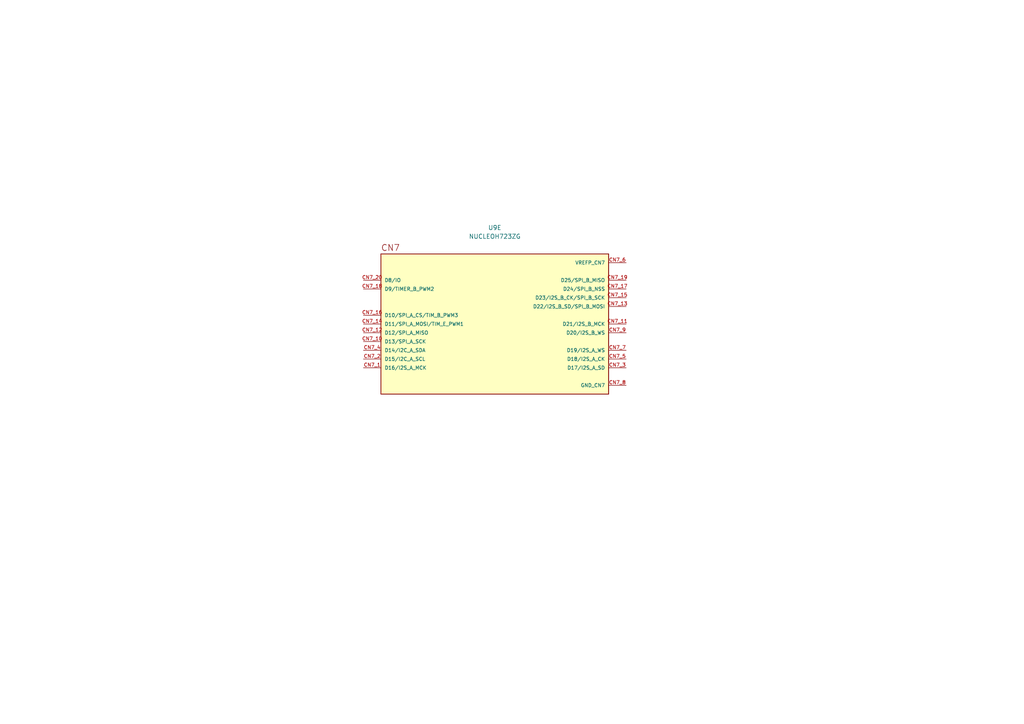
<source format=kicad_sch>
(kicad_sch (version 20250114) (generator "eeschema") (generator_version "9.0")
  (paper "A4")
  (lib_symbols
    (symbol "NUCLEOH723ZG:NUCLEOH723ZG" (pin_names (offset 1.016))
      (property "Reference" "U" (at -12.7 57.15 0))
      (property "Value" "NUCLEOH723ZG" (at -12.7 -54.61 0))
      (symbol "NUCLEOH723ZG_1_0"
        (rectangle (start -12.7 -53.34) (end 12.7 53.34) (stroke (width 0.254)) (fill (type background)))
        (text "CN11" (at -12.7 54.102 0) (effects (font (size 1.778 1.778)) (justify left bottom)))
        (pin input line (at -17.78 35.56 0) (length 5.08) (name "BOOT0") (number "CN11_7"))
        (pin input line (at -17.78 33.02 0) (length 5.08) (name "NRST") (number "CN11_14"))
        (pin bidirectional line (at -17.78 27.94 0) (length 5.08) (name "PA0") (number "CN11_28"))
        (pin bidirectional line (at -17.78 25.4 0) (length 5.08) (name "PA1") (number "CN11_30"))
        (pin bidirectional line (at -17.78 22.86 0) (length 5.08) (name "PA4") (number "CN11_32"))
        (pin bidirectional line (at -17.78 20.32 0) (length 5.08) (name "PA13") (number "CN11_13"))
        (pin bidirectional line (at -17.78 17.78 0) (length 5.08) (name "PA14") (number "CN11_15"))
        (pin bidirectional line (at -17.78 15.24 0) (length 5.08) (name "PA15") (number "CN11_17"))
        (pin bidirectional line (at -17.78 10.16 0) (length 5.08) (name "PB0") (number "CN11_34"))
        (pin bidirectional line (at -17.78 7.62 0) (length 5.08) (name "PB7") (number "CN11_21"))
        (pin bidirectional line (at -17.78 2.54 0) (length 5.08) (name "PC0") (number "CN11_38"))
        (pin bidirectional line (at -17.78 0 0) (length 5.08) (name "PC1") (number "CN11_36"))
        (pin bidirectional line (at -17.78 -2.54 0) (length 5.08) (name "PC2") (number "CN11_35"))
        (pin bidirectional line (at -17.78 -5.08 0) (length 5.08) (name "PC3") (number "CN11_37"))
        (pin bidirectional line (at -17.78 -7.62 0) (length 5.08) (name "PC10") (number "CN11_1"))
        (pin bidirectional line (at -17.78 -10.16 0) (length 5.08) (name "PC11") (number "CN11_2"))
        (pin bidirectional line (at -17.78 -12.7 0) (length 5.08) (name "PC12") (number "CN11_3"))
        (pin bidirectional line (at -17.78 -15.24 0) (length 5.08) (name "PC13") (number "CN11_23"))
        (pin bidirectional line (at -17.78 -17.78 0) (length 5.08) (name "PC14") (number "CN11_25"))
        (pin bidirectional line (at -17.78 -20.32 0) (length 5.08) (name "PC15") (number "CN11_27"))
        (pin bidirectional line (at -17.78 -25.4 0) (length 5.08) (name "PD0") (number "CN11_57"))
        (pin bidirectional line (at -17.78 -27.94 0) (length 5.08) (name "PD1") (number "CN11_55"))
        (pin bidirectional line (at -17.78 -30.48 0) (length 5.08) (name "PD2") (number "CN11_4"))
        (pin bidirectional line (at -17.78 -33.02 0) (length 5.08) (name "PD3") (number "CN11_40"))
        (pin bidirectional line (at -17.78 -35.56 0) (length 5.08) (name "PD4") (number "CN11_39"))
        (pin bidirectional line (at -17.78 -38.1 0) (length 5.08) (name "PD5") (number "CN11_41"))
        (pin bidirectional line (at -17.78 -40.64 0) (length 5.08) (name "PD6") (number "CN11_43"))
        (pin bidirectional line (at -17.78 -43.18 0) (length 5.08) (name "PD7") (number "CN11_45"))
        (pin bidirectional line (at -17.78 -45.72 0) (length 5.08) (name "PD9") (number "CN11_69"))
        (pin power_in line (at 17.78 50.8 180) (length 5.08) (name "3V3") (number "CN11_16"))
        (pin power_in line (at 17.78 48.26 180) (length 5.08) (name "5V") (number "CN11_18"))
        (pin power_in line (at 17.78 45.72 180) (length 5.08) (name "5V_EXT") (number "CN11_6"))
        (pin power_in line (at 17.78 43.18 180) (length 5.08) (name "VBAT") (number "CN11_33"))
        (pin power_in line (at 17.78 40.64 180) (length 5.08) (name "3V3_VDD") (number "CN11_5"))
        (pin power_in line (at 17.78 38.1 180) (length 5.08) (name "VIN") (number "CN11_24"))
        (pin bidirectional line (at 17.78 33.02 180) (length 5.08) (name "IOREF") (number "CN11_12"))
        (pin bidirectional line (at 17.78 27.94 180) (length 5.08) (name "PE1") (number "CN11_61"))
        (pin bidirectional line (at 17.78 25.4 180) (length 5.08) (name "PE2") (number "CN11_46"))
        (pin bidirectional line (at 17.78 22.86 180) (length 5.08) (name "PE3") (number "CN11_47"))
        (pin bidirectional line (at 17.78 20.32 180) (length 5.08) (name "PE4") (number "CN11_48"))
        (pin bidirectional line (at 17.78 17.78 180) (length 5.08) (name "PE5") (number "CN11_50"))
        (pin bidirectional line (at 17.78 15.24 180) (length 5.08) (name "PE6") (number "CN11_62"))
        (pin bidirectional line (at 17.78 10.16 180) (length 5.08) (name "PF0") (number "CN11_53"))
        (pin bidirectional line (at 17.78 7.62 180) (length 5.08) (name "PF1") (number "CN11_51"))
        (pin bidirectional line (at 17.78 5.08 180) (length 5.08) (name "PF2") (number "CN11_52"))
        (pin bidirectional line (at 17.78 2.54 180) (length 5.08) (name "PF6") (number "CN11_9"))
        (pin bidirectional line (at 17.78 0 180) (length 5.08) (name "PF7") (number "CN11_11"))
        (pin bidirectional line (at 17.78 -2.54 180) (length 5.08) (name "PF8") (number "CN11_54"))
        (pin bidirectional line (at 17.78 -5.08 180) (length 5.08) (name "PF9") (number "CN11_56"))
        (pin bidirectional line (at 17.78 -10.16 180) (length 5.08) (name "PG0") (number "CN11_59"))
        (pin bidirectional line (at 17.78 -12.7 180) (length 5.08) (name "PG1") (number "CN11_58"))
        (pin bidirectional line (at 17.78 -15.24 180) (length 5.08) (name "PG2") (number "CN11_42"))
        (pin bidirectional line (at 17.78 -17.78 180) (length 5.08) (name "PG3") (number "CN11_44"))
        (pin bidirectional line (at 17.78 -20.32 180) (length 5.08) (name "PG9") (number "CN11_63"))
        (pin bidirectional line (at 17.78 -22.86 180) (length 5.08) (name "PG10") (number "CN11_66"))
        (pin bidirectional line (at 17.78 -25.4 180) (length 5.08) (name "PG11") (number "CN11_70"))
        (pin bidirectional line (at 17.78 -27.94 180) (length 5.08) (name "PG12") (number "CN11_65"))
        (pin bidirectional line (at 17.78 -30.48 180) (length 5.08) (name "PG13") (number "CN11_68"))
        (pin bidirectional line (at 17.78 -33.02 180) (length 5.08) (name "PG15") (number "CN11_64"))
        (pin bidirectional line (at 17.78 -38.1 180) (length 5.08) (name "PH0") (number "CN11_29"))
        (pin bidirectional line (at 17.78 -40.64 180) (length 5.08) (name "PH1") (number "CN11_31"))
        (pin no_connect line (at 17.78 -45.72 180) (length 5.08) (name "NC") (number "CN11_10"))
        (pin no_connect line (at 17.78 -45.72 180) (length 5.08) (name "NC") (number "CN11_26"))
        (pin no_connect line (at 17.78 -45.72 180) (length 5.08) (name "NC") (number "CN11_67"))
        (pin power_in line (at 17.78 -50.8 180) (length 5.08) (name "GND_CN11") (number "CN11_19"))
        (pin power_in line (at 17.78 -50.8 180) (length 5.08) (name "GND_CN11") (number "CN11_20"))
        (pin power_in line (at 17.78 -50.8 180) (length 5.08) (name "GND_CN11") (number "CN11_22"))
        (pin power_in line (at 17.78 -50.8 180) (length 5.08) (name "GND_CN11") (number "CN11_49"))
        (pin power_in line (at 17.78 -50.8 180) (length 5.08) (name "GND_CN11") (number "CN11_60"))
        (pin power_in line (at 17.78 -50.8 180) (length 5.08) (name "GND_CN11") (number "CN11_8"))
      )
      (symbol "NUCLEOH723ZG_2_0"
        (rectangle (start -12.7 -53.34) (end 12.7 53.34) (stroke (width 0.254)) (fill (type background)))
        (text "CN12" (at -12.7 54.102 0) (effects (font (size 1.778 1.778)) (justify left bottom)))
        (pin bidirectional line (at -17.78 43.18 0) (length 5.08) (name "PA2") (number "CN12_35"))
        (pin bidirectional line (at -17.78 40.64 0) (length 5.08) (name "PA3") (number "CN12_37"))
        (pin bidirectional line (at -17.78 38.1 0) (length 5.08) (name "PA5") (number "CN12_11"))
        (pin bidirectional line (at -17.78 35.56 0) (length 5.08) (name "PA6") (number "CN12_13"))
        (pin bidirectional line (at -17.78 33.02 0) (length 5.08) (name "PA7") (number "CN12_15"))
        (pin bidirectional line (at -17.78 30.48 0) (length 5.08) (name "PA8") (number "CN12_23"))
        (pin bidirectional line (at -17.78 27.94 0) (length 5.08) (name "PA9") (number "CN12_21"))
        (pin bidirectional line (at -17.78 25.4 0) (length 5.08) (name "PA10") (number "CN12_33"))
        (pin bidirectional line (at -17.78 22.86 0) (length 5.08) (name "PA11") (number "CN12_14"))
        (pin bidirectional line (at -17.78 20.32 0) (length 5.08) (name "PA12") (number "CN12_12"))
        (pin bidirectional line (at -17.78 15.24 0) (length 5.08) (name "PB1") (number "CN12_24"))
        (pin bidirectional line (at -17.78 12.7 0) (length 5.08) (name "PB2") (number "CN12_22"))
        (pin bidirectional line (at -17.78 10.16 0) (length 5.08) (name "PB3") (number "CN12_31"))
        (pin bidirectional line (at -17.78 7.62 0) (length 5.08) (name "PB4") (number "CN12_27"))
        (pin bidirectional line (at -17.78 5.08 0) (length 5.08) (name "PB5") (number "CN12_29"))
        (pin bidirectional line (at -17.78 2.54 0) (length 5.08) (name "PB6") (number "CN12_17"))
        (pin bidirectional line (at -17.78 0 0) (length 5.08) (name "PB8") (number "CN12_3"))
        (pin bidirectional line (at -17.78 -2.54 0) (length 5.08) (name "PB9") (number "CN12_5"))
        (pin bidirectional line (at -17.78 -5.08 0) (length 5.08) (name "PB10") (number "CN12_25"))
        (pin bidirectional line (at -17.78 -7.62 0) (length 5.08) (name "PB11") (number "CN12_18"))
        (pin bidirectional line (at -17.78 -10.16 0) (length 5.08) (name "PB12") (number "CN12_16"))
        (pin bidirectional line (at -17.78 -12.7 0) (length 5.08) (name "PB13") (number "CN12_30"))
        (pin bidirectional line (at -17.78 -15.24 0) (length 5.08) (name "PB14") (number "CN12_28"))
        (pin bidirectional line (at -17.78 -17.78 0) (length 5.08) (name "PB15") (number "CN12_26"))
        (pin bidirectional line (at -17.78 -22.86 0) (length 5.08) (name "PC4") (number "CN12_34"))
        (pin bidirectional line (at -17.78 -25.4 0) (length 5.08) (name "PC5") (number "CN12_6"))
        (pin bidirectional line (at -17.78 -27.94 0) (length 5.08) (name "PC6") (number "CN12_4"))
        (pin bidirectional line (at -17.78 -30.48 0) (length 5.08) (name "PC7") (number "CN12_19"))
        (pin bidirectional line (at -17.78 -33.02 0) (length 5.08) (name "PC8") (number "CN12_2"))
        (pin bidirectional line (at -17.78 -35.56 0) (length 5.08) (name "PC9") (number "CN12_1"))
        (pin power_in line (at 17.78 50.8 180) (length 5.08) (name "VREFP") (number "CN12_7"))
        (pin power_in line (at 17.78 48.26 180) (length 5.08) (name "5V_USB_STLK") (number "CN12_8"))
        (pin bidirectional line (at 17.78 43.18 180) (length 5.08) (name "PD8") (number "CN12_10"))
        (pin bidirectional line (at 17.78 40.64 180) (length 5.08) (name "PD10") (number "CN12_65"))
        (pin bidirectional line (at 17.78 38.1 180) (length 5.08) (name "PD11") (number "CN12_45"))
        (pin bidirectional line (at 17.78 35.56 180) (length 5.08) (name "PD12") (number "CN12_43"))
        (pin bidirectional line (at 17.78 33.02 180) (length 5.08) (name "PD13") (number "CN12_41"))
        (pin bidirectional line (at 17.78 30.48 180) (length 5.08) (name "PD14") (number "CN12_46"))
        (pin bidirectional line (at 17.78 27.94 180) (length 5.08) (name "PD15") (number "CN12_48"))
        (pin bidirectional line (at 17.78 22.86 180) (length 5.08) (name "PE0") (number "CN12_64"))
        (pin bidirectional line (at 17.78 20.32 180) (length 5.08) (name "PE7") (number "CN12_44"))
        (pin bidirectional line (at 17.78 17.78 180) (length 5.08) (name "PE8") (number "CN12_40"))
        (pin bidirectional line (at 17.78 15.24 180) (length 5.08) (name "PE9") (number "CN12_52"))
        (pin bidirectional line (at 17.78 12.7 180) (length 5.08) (name "PE10") (number "CN12_47"))
        (pin bidirectional line (at 17.78 10.16 180) (length 5.08) (name "PE11") (number "CN12_56"))
        (pin bidirectional line (at 17.78 7.62 180) (length 5.08) (name "PE12") (number "CN12_49"))
        (pin bidirectional line (at 17.78 5.08 180) (length 5.08) (name "PE13") (number "CN12_55"))
        (pin bidirectional line (at 17.78 2.54 180) (length 5.08) (name "PE14") (number "CN12_51"))
        (pin bidirectional line (at 17.78 0 180) (length 5.08) (name "PE15") (number "CN12_53"))
        (pin bidirectional line (at 17.78 -5.08 180) (length 5.08) (name "PF3") (number "CN12_58"))
        (pin bidirectional line (at 17.78 -7.62 180) (length 5.08) (name "PF4") (number "CN12_38"))
        (pin bidirectional line (at 17.78 -10.16 180) (length 5.08) (name "PF5") (number "CN12_36"))
        (pin bidirectional line (at 17.78 -12.7 180) (length 5.08) (name "PF10") (number "CN12_42"))
        (pin bidirectional line (at 17.78 -15.24 180) (length 5.08) (name "PF11") (number "CN12_62"))
        (pin bidirectional line (at 17.78 -17.78 180) (length 5.08) (name "PF12") (number "CN12_59"))
        (pin bidirectional line (at 17.78 -20.32 180) (length 5.08) (name "PF13") (number "CN12_57"))
        (pin bidirectional line (at 17.78 -22.86 180) (length 5.08) (name "PF14") (number "CN12_50"))
        (pin bidirectional line (at 17.78 -25.4 180) (length 5.08) (name "PF15") (number "CN12_60"))
        (pin bidirectional line (at 17.78 -30.48 180) (length 5.08) (name "PG4") (number "CN12_69"))
        (pin bidirectional line (at 17.78 -33.02 180) (length 5.08) (name "PG5") (number "CN12_68"))
        (pin bidirectional line (at 17.78 -35.56 180) (length 5.08) (name "PG6") (number "CN12_70"))
        (pin bidirectional line (at 17.78 -38.1 180) (length 5.08) (name "PG7") (number "CN12_67"))
        (pin bidirectional line (at 17.78 -40.64 180) (length 5.08) (name "PG8") (number "CN12_66"))
        (pin bidirectional line (at 17.78 -43.18 180) (length 5.08) (name "PG14") (number "CN12_61"))
        (pin power_in line (at 17.78 -48.26 180) (length 5.08) (name "AGND_CN12") (number "CN12_32"))
        (pin power_in line (at 17.78 -50.8 180) (length 5.08) (name "GND_CN12") (number "CN12_20"))
        (pin power_in line (at 17.78 -50.8 180) (length 5.08) (name "GND_CN12") (number "CN12_39"))
        (pin power_in line (at 17.78 -50.8 180) (length 5.08) (name "GND_CN12") (number "CN12_54"))
        (pin power_in line (at 17.78 -50.8 180) (length 5.08) (name "GND_CN12") (number "CN12_63"))
        (pin power_in line (at 17.78 -50.8 180) (length 5.08) (name "GND_CN12") (number "CN12_9"))
      )
      (symbol "NUCLEOH723ZG_3_0"
        (rectangle (start -27.94 -20.32) (end 27.94 20.32) (stroke (width 0.254)) (fill (type background)))
        (text "CN8" (at -27.94 21.082 0) (effects (font (size 1.778 1.778)) (justify left bottom)))
        (pin input line (at -33.02 7.62 0) (length 5.08) (name "NRST_CN8") (number "CN8_5"))
        (pin bidirectional line (at -33.02 2.54 0) (length 5.08) (name "D43/SDMMC_D0") (number "CN8_2"))
        (pin bidirectional line (at -33.02 0 0) (length 5.08) (name "D44/SDMMC_D1/I2S_A_CKIN") (number "CN8_4"))
        (pin bidirectional line (at -33.02 -2.54 0) (length 5.08) (name "D45/SDMMC_D2") (number "CN8_6"))
        (pin bidirectional line (at -33.02 -5.08 0) (length 5.08) (name "D46/SDMMC_D3") (number "CN8_8"))
        (pin bidirectional line (at -33.02 -7.62 0) (length 5.08) (name "D47/SDMMC_CK") (number "CN8_10"))
        (pin bidirectional line (at -33.02 -10.16 0) (length 5.08) (name "D48/SDMMC_CMD") (number "CN8_12"))
        (pin no_connect line (at -33.02 -15.24 0) (length 5.08) (name "NC_CN8") (number "CN8_1"))
        (pin power_in line (at 33.02 17.78 180) (length 5.08) (name "VIN_CN8") (number "CN8_15"))
        (pin power_in line (at 33.02 15.24 180) (length 5.08) (name "5V_CN8") (number "CN8_9"))
        (pin power_in line (at 33.02 12.7 180) (length 5.08) (name "3V3_CN8") (number "CN8_7"))
        (pin bidirectional line (at 33.02 7.62 180) (length 5.08) (name "IOREF_CN8") (number "CN8_3"))
        (pin bidirectional line (at 33.02 0 180) (length 5.08) (name "D50/IO") (number "CN8_16"))
        (pin bidirectional line (at 33.02 -2.54 180) (length 5.08) (name "D49/IO") (number "CN8_14"))
        (pin power_in line (at 33.02 -17.78 180) (length 5.08) (name "GND_CN8") (number "CN8_11"))
        (pin power_in line (at 33.02 -17.78 180) (length 5.08) (name "GND_CN8") (number "CN8_13"))
      )
      (symbol "NUCLEOH723ZG_4_0"
        (rectangle (start -27.94 -25.4) (end 27.94 25.4) (stroke (width 0.254)) (fill (type background)))
        (text "CN9" (at -27.94 26.162 0) (effects (font (size 1.778 1.778)) (justify left bottom)))
        (pin input line (at -33.02 22.86 0) (length 5.08) (name "A0/ADC12_INP15") (number "CN9_1"))
        (pin input line (at -33.02 20.32 0) (length 5.08) (name "A1/ADC123_INP10") (number "CN9_3"))
        (pin input line (at -33.02 17.78 0) (length 5.08) (name "A2/ADC12_INP13") (number "CN9_5"))
        (pin input line (at -33.02 15.24 0) (length 5.08) (name "A3/ADC12_INP5") (number "CN9_7"))
        (pin input line (at -33.02 12.7 0) (length 5.08) (name "A4/ADC123_INP12/I2C1_SDA") (number "CN9_9"))
        (pin input line (at -33.02 10.16 0) (length 5.08) (name "A5/ADC3_INP6/I2C1_SCL") (number "CN9_11"))
        (pin bidirectional line (at -33.02 5.08 0) (length 5.08) (name "D51/USART_B_SCLK") (number "CN9_2"))
        (pin bidirectional line (at -33.02 2.54 0) (length 5.08) (name "D52/USART_B_RX") (number "CN9_4"))
        (pin bidirectional line (at -33.02 0 0) (length 5.08) (name "D53/USART_B_TX") (number "CN9_6"))
        (pin bidirectional line (at -33.02 -2.54 0) (length 5.08) (name "D54/USART_B_RTS") (number "CN9_8"))
        (pin bidirectional line (at -33.02 -5.08 0) (length 5.08) (name "D55/USART_B_CTS") (number "CN9_10"))
        (pin bidirectional line (at -33.02 -10.16 0) (length 5.08) (name "D56/SAI_A_MCLK") (number "CN9_14"))
        (pin bidirectional line (at -33.02 -12.7 0) (length 5.08) (name "D57/SAI_A_FS") (number "CN9_16"))
        (pin bidirectional line (at -33.02 -15.24 0) (length 5.08) (name "D58/SAI_A_SCK") (number "CN9_18"))
        (pin bidirectional line (at -33.02 -17.78 0) (length 5.08) (name "D59/SAI_A_SD") (number "CN9_20"))
        (pin bidirectional line (at 33.02 22.86 180) (length 5.08) (name "D68/I2C_B_SDA") (number "CN9_21"))
        (pin bidirectional line (at 33.02 20.32 180) (length 5.08) (name "D69/I2C_B_SCL") (number "CN9_19"))
        (pin bidirectional line (at 33.02 17.78 180) (length 5.08) (name "D70/I2C_B_SMBA") (number "CN9_17"))
        (pin output line (at 33.02 12.7 180) (length 5.08) (name "D66/CAN_TX") (number "CN9_27"))
        (pin input line (at 33.02 10.16 180) (length 5.08) (name "D67/CAN_RX") (number "CN9_25"))
        (pin bidirectional line (at 33.02 5.08 180) (length 5.08) (name "D64/IO") (number "CN9_30"))
        (pin bidirectional line (at 33.02 2.54 180) (length 5.08) (name "D65/IO") (number "CN9_29"))
        (pin bidirectional line (at 33.02 -2.54 180) (length 5.08) (name "D71/COMP2_INP") (number "CN9_15"))
        (pin bidirectional line (at 33.02 -5.08 180) (length 5.08) (name "D72/COMP1_INP") (number "CN9_13"))
        (pin bidirectional line (at 33.02 -10.16 180) (length 5.08) (name "D62/SAI_B_MCLK") (number "CN9_26"))
        (pin bidirectional line (at 33.02 -12.7 180) (length 5.08) (name "D63/SAI_B_FS") (number "CN9_28"))
        (pin bidirectional line (at 33.02 -15.24 180) (length 5.08) (name "D61/SAI_B_SCK") (number "CN9_24"))
        (pin bidirectional line (at 33.02 -17.78 180) (length 5.08) (name "D60/SAI_B_SD") (number "CN9_22"))
        (pin power_in line (at 33.02 -22.86 180) (length 5.08) (name "GND_CN9") (number "CN9_12"))
        (pin power_in line (at 33.02 -22.86 180) (length 5.08) (name "GND_CN9") (number "CN9_23"))
      )
      (symbol "NUCLEOH723ZG_5_0"
        (rectangle (start -33.02 -20.32) (end 33.02 20.32) (stroke (width 0.254)) (fill (type background)))
        (text "CN7" (at -33.02 21.082 0) (effects (font (size 1.778 1.778)) (justify left bottom)))
        (pin bidirectional line (at -38.1 12.7 0) (length 5.08) (name "D8/IO") (number "CN7_20"))
        (pin bidirectional line (at -38.1 10.16 0) (length 5.08) (name "D9/TIMER_B_PWM2") (number "CN7_18"))
        (pin bidirectional line (at -38.1 2.54 0) (length 5.08) (name "D10/SPI_A_CS/TIM_B_PWM3") (number "CN7_16"))
        (pin bidirectional line (at -38.1 0 0) (length 5.08) (name "D11/SPI_A_MOSI/TIM_E_PWM1") (number "CN7_14"))
        (pin bidirectional line (at -38.1 -2.54 0) (length 5.08) (name "D12/SPI_A_MISO") (number "CN7_12"))
        (pin bidirectional line (at -38.1 -5.08 0) (length 5.08) (name "D13/SPI_A_SCK") (number "CN7_10"))
        (pin bidirectional line (at -38.1 -7.62 0) (length 5.08) (name "D14/I2C_A_SDA") (number "CN7_4"))
        (pin bidirectional line (at -38.1 -10.16 0) (length 5.08) (name "D15/I2C_A_SCL") (number "CN7_2"))
        (pin bidirectional line (at -38.1 -12.7 0) (length 5.08) (name "D16/I2S_A_MCK") (number "CN7_1"))
        (pin power_in line (at 38.1 17.78 180) (length 5.08) (name "VREFP_CN7") (number "CN7_6"))
        (pin bidirectional line (at 38.1 12.7 180) (length 5.08) (name "D25/SPI_B_MISO") (number "CN7_19"))
        (pin bidirectional line (at 38.1 10.16 180) (length 5.08) (name "D24/SPI_B_NSS") (number "CN7_17"))
        (pin bidirectional line (at 38.1 7.62 180) (length 5.08) (name "D23/I2S_B_CK/SPI_B_SCK") (number "CN7_15"))
        (pin bidirectional line (at 38.1 5.08 180) (length 5.08) (name "D22/I2S_B_SD/SPI_B_MOSI") (number "CN7_13"))
        (pin bidirectional line (at 38.1 0 180) (length 5.08) (name "D21/I2S_B_MCK") (number "CN7_11"))
        (pin bidirectional line (at 38.1 -2.54 180) (length 5.08) (name "D20/I2S_B_WS") (number "CN7_9"))
        (pin bidirectional line (at 38.1 -7.62 180) (length 5.08) (name "D19/I2S_A_WS") (number "CN7_7"))
        (pin bidirectional line (at 38.1 -10.16 180) (length 5.08) (name "D18/I2S_A_CK") (number "CN7_5"))
        (pin bidirectional line (at 38.1 -12.7 180) (length 5.08) (name "D17/I2S_A_SD") (number "CN7_3"))
        (pin power_in line (at 38.1 -17.78 180) (length 5.08) (name "GND_CN7") (number "CN7_8"))
      )
      (symbol "NUCLEOH723ZG_6_0"
        (rectangle (start -27.94 -30.48) (end 27.94 30.48) (stroke (width 0.254)) (fill (type background)))
        (text "CN10" (at -27.94 31.242 0) (effects (font (size 1.778 1.778)) (justify left bottom)))
        (pin input line (at -33.02 22.86 0) (length 5.08) (name "A6/ADC_A_IN") (number "CN10_7"))
        (pin input line (at -33.02 20.32 0) (length 5.08) (name "A7/ADC_B_IN") (number "CN10_9"))
        (pin input line (at -33.02 17.78 0) (length 5.08) (name "A8/ADC_C_IN") (number "CN10_11"))
        (pin input line (at -33.02 12.7 0) (length 5.08) (name "D0/USART_A_RX") (number "CN10_16"))
        (pin output line (at -33.02 10.16 0) (length 5.08) (name "D1/USART_A_TX") (number "CN10_14"))
        (pin bidirectional line (at -33.02 5.08 0) (length 5.08) (name "D6/TIMER_A_PWM1") (number "CN10_4"))
        (pin bidirectional line (at -33.02 2.54 0) (length 5.08) (name "D5/TIMER_A_PWM2") (number "CN10_6"))
        (pin bidirectional line (at -33.02 0 0) (length 5.08) (name "D3/TIMER_A_PWM3") (number "CN10_10"))
        (pin bidirectional line (at -33.02 -5.08 0) (length 5.08) (name "D37/TIMER_A_BKIN1") (number "CN10_30"))
        (pin bidirectional line (at -33.02 -7.62 0) (length 5.08) (name "D38/TIMER_A_BKIN2") (number "CN10_28"))
        (pin bidirectional line (at -33.02 -10.16 0) (length 5.08) (name "D39/TIMER_A_PWM3N") (number "CN10_26"))
        (pin bidirectional line (at -33.02 -12.7 0) (length 5.08) (name "D40/TIMER_A_PWM2N") (number "CN10_24"))
        (pin bidirectional line (at -33.02 -15.24 0) (length 5.08) (name "D41/TIMER_A_ETR") (number "CN10_20"))
        (pin bidirectional line (at -33.02 -17.78 0) (length 5.08) (name "D42/TIMER_A_PWM1N") (number "CN10_18"))
        (pin power_in line (at 33.02 27.94 180) (length 5.08) (name "AVDD") (number "CN10_1"))
        (pin bidirectional line (at 33.02 22.86 180) (length 5.08) (name "D34/TIMER_B_ETR") (number "CN10_33"))
        (pin bidirectional line (at 33.02 17.78 180) (length 5.08) (name "D32/TIMER_C_PWM1") (number "CN10_29"))
        (pin bidirectional line (at 33.02 15.24 180) (length 5.08) (name "D36/TIMER_C_PWM2") (number "CN10_32"))
        (pin bidirectional line (at 33.02 12.7 180) (length 5.08) (name "D35/TIMER_C_PWM3") (number "CN10_34"))
        (pin bidirectional line (at 33.02 7.62 180) (length 5.08) (name "D33/TIMER_D_PWM1") (number "CN10_31"))
        (pin bidirectional line (at 33.02 2.54 180) (length 5.08) (name "D2/IO") (number "CN10_12"))
        (pin bidirectional line (at 33.02 0 180) (length 5.08) (name "D4/IO") (number "CN10_8"))
        (pin bidirectional line (at 33.02 -2.54 180) (length 5.08) (name "D7/IO") (number "CN10_2"))
        (pin bidirectional line (at 33.02 -7.62 180) (length 5.08) (name "D26/QSPI_CS") (number "CN10_13"))
        (pin bidirectional line (at 33.02 -10.16 180) (length 5.08) (name "D27/QSPI_CLK") (number "CN10_15"))
        (pin bidirectional line (at 33.02 -12.7 180) (length 5.08) (name "D30/QSPI_BK1_IO0") (number "CN10_23"))
        (pin bidirectional line (at 33.02 -15.24 180) (length 5.08) (name "D29/QSPI_BK1_IO1") (number "CN10_21"))
        (pin bidirectional line (at 33.02 -17.78 180) (length 5.08) (name "D31/QSPI_BK1_IO2") (number "CN10_25"))
        (pin bidirectional line (at 33.02 -20.32 180) (length 5.08) (name "D28/QSPI_BK1_IO3") (number "CN10_19"))
        (pin power_in line (at 33.02 -25.4 180) (length 5.08) (name "AGND_CN10") (number "CN10_3"))
        (pin power_in line (at 33.02 -27.94 180) (length 5.08) (name "GND_CN10") (number "CN10_17"))
        (pin power_in line (at 33.02 -27.94 180) (length 5.08) (name "GND_CN10") (number "CN10_22"))
        (pin power_in line (at 33.02 -27.94 180) (length 5.08) (name "GND_CN10") (number "CN10_27"))
        (pin power_in line (at 33.02 -27.94 180) (length 5.08) (name "GND_CN10") (number "CN10_5"))
      )
      (symbol "NUCLEOH723ZG_7_0"
        (rectangle (start -7.62 -2.54) (end 7.62 2.54) (stroke (width 0.254)) (fill (type background)))
        (text "CN3" (at -7.62 3.302 0) (effects (font (size 1.778 1.778)) (justify left bottom)))
        (pin power_in line (at 12.7 0 180) (length 5.08) (name "GND_CN3") (number "CN3_1"))
        (pin power_in line (at 12.7 0 180) (length 5.08) (name "GND_CN3") (number "CN3_2"))
      )
      (symbol "NUCLEOH723ZG_8_0"
        (rectangle (start -7.62 -2.54) (end 7.62 2.54) (stroke (width 0.254)) (fill (type background)))
        (text "CN4" (at -7.62 3.302 0) (effects (font (size 1.778 1.778)) (justify left bottom)))
        (pin power_in line (at 12.7 0 180) (length 5.08) (name "GND_CN4") (number "CN4_1"))
        (pin power_in line (at 12.7 0 180) (length 5.08) (name "GND_CN4") (number "CN4_2"))
      )
      (symbol "NUCLEOH723ZG_9_0"
        (rectangle (start -7.62 -2.54) (end 7.62 2.54) (stroke (width 0.254)) (fill (type background)))
        (text "CN15" (at -7.62 3.302 0) (effects (font (size 1.778 1.778)) (justify left bottom)))
        (pin power_in line (at 12.7 0 180) (length 5.08) (name "GND_CN15") (number "CN15_1"))
        (pin power_in line (at 12.7 0 180) (length 5.08) (name "GND_CN15") (number "CN15_2"))
      )
      (symbol "NUCLEOH723ZG_10_0"
        (rectangle (start -7.62 -2.54) (end 7.62 2.54) (stroke (width 0.254)) (fill (type background)))
        (text "CN16" (at -7.62 3.302 0) (effects (font (size 1.778 1.778)) (justify left bottom)))
        (pin power_in line (at 12.7 0 180) (length 5.08) (name "GND_CN16") (number "CN16_1"))
        (pin power_in line (at 12.7 0 180) (length 5.08) (name "GND_CN16") (number "CN16_2"))
      )
    )
  )
  (symbol (lib_id "NUCLEOH723ZG:NUCLEOH723ZG") (at 143.51 93.98 0) (unit 5)
    (property "Reference" "U9" (at 143.51 66.04 0))
    (property "Value" "NUCLEOH723ZG" (at 143.51 68.58 0))
    (property "Footprint" "NUCLEOH723ZG:MODULE_NUCLEOH723ZG" (effects (hide yes)))
    (property "MF" "STMicroelectronics" (effects (hide yes)))
    (property "MAXIMUM_PACKAGE_HEIGHT" "18.57 mm" (effects (hide yes)))
    (property "Package" "None" (effects (hide yes)))
    (property "Price" "None" (effects (hide yes)))
    (property "Check_prices" "https://www.snapeda.com/parts/NUCLEOH723ZG/STMicroelectronics/view-part/?ref=eda" (effects (hide yes)))
    (property "STANDARD" "Manufacturer Recommendations" (effects (hide yes)))
    (property "PARTREV" "2" (effects (hide yes)))
    (property "SnapEDA_Link" "https://www.snapeda.com/parts/NUCLEOH723ZG/STMicroelectronics/view-part/?ref=snap" (effects (hide yes)))
    (property "MP" "NUCLEOH723ZG" (effects (hide yes)))
    (property "Description_1" "STM32H723 Nucleo-144 STM32H7 ARM® Cortex®-M7 MCU 32-Bit Embedded Evaluation Board" (effects (hide yes)))
    (property "SNAPEDA_PN" "NUCLEOH723ZG" (effects (hide yes)))
    (property "Availability" "In Stock" (effects (hide yes)))
    (property "MANUFACTURER" "STMicroelectronics" (effects (hide yes)))
  )
)
</source>
